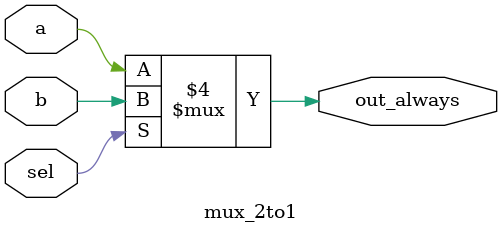
<source format=v>
module mux_2to1(
    input a,
    input b,
    input sel,
    output reg out_always
);

always @(*) begin
    if(sel == 1'b0) begin
        out_always = a;
    end else begin
        out_always = b;
    end
end

endmodule
</source>
